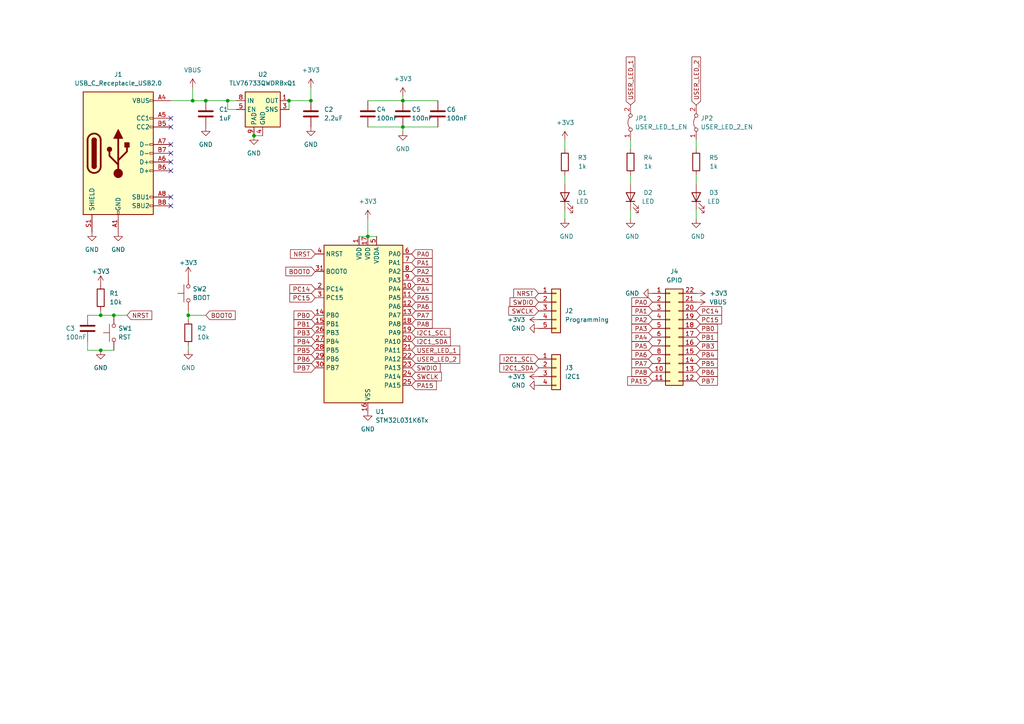
<source format=kicad_sch>
(kicad_sch (version 20230121) (generator eeschema)
  (paper "A4")
  (lib_symbols
    (symbol "Connector:USB_C_Receptacle_USB2.0" (pin_names (offset 1.016))
      (property "Reference" "J1" (at 0 22.86 0))
      (property "Value" "USB_C_Receptacle_USB2.0" (at 0 20.32 0))
      (symbol "USB_C_Receptacle_USB2.0_0_0"
        (rectangle (start -0.254 -17.78) (end 0.254 -16.764))
        (rectangle (start 10.16 -14.986) (end 9.144 -15.494))
        (rectangle (start 10.16 -12.446) (end 9.144 -12.954))
        (rectangle (start 10.16 -4.826) (end 9.144 -5.334))
        (rectangle (start 10.16 -2.286) (end 9.144 -2.794))
        (rectangle (start 10.16 0.254) (end 9.144 -0.254))
        (rectangle (start 10.16 2.794) (end 9.144 2.286))
        (rectangle (start 10.16 7.874) (end 9.144 7.366))
        (rectangle (start 10.16 10.414) (end 9.144 9.906))
        (rectangle (start 10.16 15.494) (end 9.144 14.986))
      )
      (symbol "USB_C_Receptacle_USB2.0_0_1"
        (rectangle (start -10.16 17.78) (end 10.16 -17.78) (stroke (width 0.254)) (fill (type background)))
        (arc (start -8.89 -3.81) (mid -6.985 -5.7067) (end -5.08 -3.81) (stroke (width 0.508)))
        (arc (start -7.62 -3.81) (mid -6.985 -4.4423) (end -6.35 -3.81) (stroke (width 0.254)))
        (arc (start -7.62 -3.81) (mid -6.985 -4.4423) (end -6.35 -3.81) (stroke (width 0.254)) (fill (type outline)))
        (rectangle (start -7.62 -3.81) (end -6.35 3.81) (stroke (width 0.254)) (fill (type outline)))
        (arc (start -6.35 3.81) (mid -6.985 4.4423) (end -7.62 3.81) (stroke (width 0.254)))
        (arc (start -6.35 3.81) (mid -6.985 4.4423) (end -7.62 3.81) (stroke (width 0.254)) (fill (type outline)))
        (arc (start -5.08 3.81) (mid -6.985 5.7067) (end -8.89 3.81) (stroke (width 0.508)))
        (circle (center -2.54 1.143) (radius 0.635) (stroke (width 0.254)) (fill (type outline)))
        (circle (center 0 -5.842) (radius 1.27) (fill (type outline)))
        (polyline (pts (xy -8.89 -3.81) (xy -8.89 3.81)) (stroke (width 0.508)))
        (polyline (pts (xy -5.08 3.81) (xy -5.08 -3.81)) (stroke (width 0.508)))
        (polyline (pts (xy 0 -5.842) (xy 0 4.318)) (stroke (width 0.508)))
        (polyline (pts (xy 0 -3.302) (xy -2.54 -0.762) (xy -2.54 0.508)) (stroke (width 0.508)))
        (polyline (pts (xy 0 -2.032) (xy 2.54 0.508) (xy 2.54 1.778)) (stroke (width 0.508)))
        (polyline (pts (xy -1.27 4.318) (xy 0 6.858) (xy 1.27 4.318) (xy -1.27 4.318)) (stroke (width 0.254)) (fill (type outline)))
        (rectangle (start 1.905 1.778) (end 3.175 3.048) (stroke (width 0.254)) (fill (type outline)))
      )
      (symbol "USB_C_Receptacle_USB2.0_1_1"
        (pin power_out line (at 0 -22.86 90) (length 5.08) (name "GND") (number "A1"))
        (pin passive line (at 0 -22.86 90) (length 5.08) hide (name "GND") (number "A12"))
        (pin power_out line (at 15.24 15.24 180) (length 5.08) (name "VBUS") (number "A4"))
        (pin bidirectional line (at 15.24 10.16 180) (length 5.08) (name "CC1") (number "A5"))
        (pin bidirectional line (at 15.24 -2.54 180) (length 5.08) (name "D+") (number "A6"))
        (pin bidirectional line (at 15.24 2.54 180) (length 5.08) (name "D-") (number "A7"))
        (pin bidirectional line (at 15.24 -12.7 180) (length 5.08) (name "SBU1") (number "A8"))
        (pin passive line (at 15.24 15.24 180) (length 5.08) hide (name "VBUS") (number "A9"))
        (pin passive line (at 0 -22.86 90) (length 5.08) hide (name "GND") (number "B1"))
        (pin passive line (at 0 -22.86 90) (length 5.08) hide (name "GND") (number "B12"))
        (pin passive line (at 15.24 15.24 180) (length 5.08) hide (name "VBUS") (number "B4"))
        (pin bidirectional line (at 15.24 7.62 180) (length 5.08) (name "CC2") (number "B5"))
        (pin bidirectional line (at 15.24 -5.08 180) (length 5.08) (name "D+") (number "B6"))
        (pin bidirectional line (at 15.24 0 180) (length 5.08) (name "D-") (number "B7"))
        (pin bidirectional line (at 15.24 -15.24 180) (length 5.08) (name "SBU2") (number "B8"))
        (pin passive line (at 15.24 15.24 180) (length 5.08) hide (name "VBUS") (number "B9"))
        (pin passive line (at -7.62 -22.86 90) (length 5.08) (name "SHIELD") (number "S1"))
      )
    )
    (symbol "Connector_Generic:Conn_01x04" (pin_names (offset 1.016) hide)
      (property "Reference" "J" (at 0 5.08 0))
      (property "Value" "Conn_01x04" (at 0 -7.62 0))
      (symbol "Conn_01x04_1_1"
        (rectangle (start -1.27 -4.953) (end 0 -5.207) (stroke (width 0.1524)))
        (rectangle (start -1.27 -2.413) (end 0 -2.667) (stroke (width 0.1524)))
        (rectangle (start -1.27 0.127) (end 0 -0.127) (stroke (width 0.1524)))
        (rectangle (start -1.27 2.667) (end 0 2.413) (stroke (width 0.1524)))
        (rectangle (start -1.27 3.81) (end 1.27 -6.35) (stroke (width 0.254)) (fill (type background)))
        (pin passive line (at -5.08 2.54 0) (length 3.81) (name "Pin_1") (number "1"))
        (pin passive line (at -5.08 0 0) (length 3.81) (name "Pin_2") (number "2"))
        (pin passive line (at -5.08 -2.54 0) (length 3.81) (name "Pin_3") (number "3"))
        (pin passive line (at -5.08 -5.08 0) (length 3.81) (name "Pin_4") (number "4"))
      )
    )
    (symbol "Connector_Generic:Conn_01x05" (pin_names (offset 1.016) hide)
      (property "Reference" "J" (at 0 7.62 0))
      (property "Value" "Conn_01x05" (at 0 -7.62 0))
      (symbol "Conn_01x05_1_1"
        (rectangle (start -1.27 -4.953) (end 0 -5.207) (stroke (width 0.1524)))
        (rectangle (start -1.27 -2.413) (end 0 -2.667) (stroke (width 0.1524)))
        (rectangle (start -1.27 0.127) (end 0 -0.127) (stroke (width 0.1524)))
        (rectangle (start -1.27 2.667) (end 0 2.413) (stroke (width 0.1524)))
        (rectangle (start -1.27 5.207) (end 0 4.953) (stroke (width 0.1524)))
        (rectangle (start -1.27 6.35) (end 1.27 -6.35) (stroke (width 0.254)) (fill (type background)))
        (pin passive line (at -5.08 5.08 0) (length 3.81) (name "Pin_1") (number "1"))
        (pin passive line (at -5.08 2.54 0) (length 3.81) (name "Pin_2") (number "2"))
        (pin passive line (at -5.08 0 0) (length 3.81) (name "Pin_3") (number "3"))
        (pin passive line (at -5.08 -2.54 0) (length 3.81) (name "Pin_4") (number "4"))
        (pin passive line (at -5.08 -5.08 0) (length 3.81) (name "Pin_5") (number "5"))
      )
    )
    (symbol "Connector_Generic:Conn_02x11_Counter_Clockwise" (pin_names (offset 1.016) hide)
      (property "Reference" "J" (at 1.27 15.24 0))
      (property "Value" "Conn_02x11_Counter_Clockwise" (at 1.27 -15.24 0))
      (symbol "Conn_02x11_Counter_Clockwise_1_1"
        (rectangle (start -1.27 -12.573) (end 0 -12.827) (stroke (width 0.1524)))
        (rectangle (start -1.27 -10.033) (end 0 -10.287) (stroke (width 0.1524)))
        (rectangle (start -1.27 -7.493) (end 0 -7.747) (stroke (width 0.1524)))
        (rectangle (start -1.27 -4.953) (end 0 -5.207) (stroke (width 0.1524)))
        (rectangle (start -1.27 -2.413) (end 0 -2.667) (stroke (width 0.1524)))
        (rectangle (start -1.27 0.127) (end 0 -0.127) (stroke (width 0.1524)))
        (rectangle (start -1.27 2.667) (end 0 2.413) (stroke (width 0.1524)))
        (rectangle (start -1.27 5.207) (end 0 4.953) (stroke (width 0.1524)))
        (rectangle (start -1.27 7.747) (end 0 7.493) (stroke (width 0.1524)))
        (rectangle (start -1.27 10.287) (end 0 10.033) (stroke (width 0.1524)))
        (rectangle (start -1.27 12.827) (end 0 12.573) (stroke (width 0.1524)))
        (rectangle (start -1.27 13.97) (end 3.81 -13.97) (stroke (width 0.254)) (fill (type background)))
        (rectangle (start 3.81 -12.573) (end 2.54 -12.827) (stroke (width 0.1524)))
        (rectangle (start 3.81 -10.033) (end 2.54 -10.287) (stroke (width 0.1524)))
        (rectangle (start 3.81 -7.493) (end 2.54 -7.747) (stroke (width 0.1524)))
        (rectangle (start 3.81 -4.953) (end 2.54 -5.207) (stroke (width 0.1524)))
        (rectangle (start 3.81 -2.413) (end 2.54 -2.667) (stroke (width 0.1524)))
        (rectangle (start 3.81 0.127) (end 2.54 -0.127) (stroke (width 0.1524)))
        (rectangle (start 3.81 2.667) (end 2.54 2.413) (stroke (width 0.1524)))
        (rectangle (start 3.81 5.207) (end 2.54 4.953) (stroke (width 0.1524)))
        (rectangle (start 3.81 7.747) (end 2.54 7.493) (stroke (width 0.1524)))
        (rectangle (start 3.81 10.287) (end 2.54 10.033) (stroke (width 0.1524)))
        (rectangle (start 3.81 12.827) (end 2.54 12.573) (stroke (width 0.1524)))
        (pin passive line (at -5.08 12.7 0) (length 3.81) (name "Pin_1") (number "1"))
        (pin passive line (at -5.08 -10.16 0) (length 3.81) (name "Pin_10") (number "10"))
        (pin passive line (at -5.08 -12.7 0) (length 3.81) (name "Pin_11") (number "11"))
        (pin passive line (at 7.62 -12.7 180) (length 3.81) (name "Pin_12") (number "12"))
        (pin passive line (at 7.62 -10.16 180) (length 3.81) (name "Pin_13") (number "13"))
        (pin passive line (at 7.62 -7.62 180) (length 3.81) (name "Pin_14") (number "14"))
        (pin passive line (at 7.62 -5.08 180) (length 3.81) (name "Pin_15") (number "15"))
        (pin passive line (at 7.62 -2.54 180) (length 3.81) (name "Pin_16") (number "16"))
        (pin passive line (at 7.62 0 180) (length 3.81) (name "Pin_17") (number "17"))
        (pin passive line (at 7.62 2.54 180) (length 3.81) (name "Pin_18") (number "18"))
        (pin passive line (at 7.62 5.08 180) (length 3.81) (name "Pin_19") (number "19"))
        (pin passive line (at -5.08 10.16 0) (length 3.81) (name "Pin_2") (number "2"))
        (pin passive line (at 7.62 7.62 180) (length 3.81) (name "Pin_20") (number "20"))
        (pin passive line (at 7.62 10.16 180) (length 3.81) (name "Pin_21") (number "21"))
        (pin passive line (at 7.62 12.7 180) (length 3.81) (name "Pin_22") (number "22"))
        (pin passive line (at -5.08 7.62 0) (length 3.81) (name "Pin_3") (number "3"))
        (pin passive line (at -5.08 5.08 0) (length 3.81) (name "Pin_4") (number "4"))
        (pin passive line (at -5.08 2.54 0) (length 3.81) (name "Pin_5") (number "5"))
        (pin passive line (at -5.08 0 0) (length 3.81) (name "Pin_6") (number "6"))
        (pin passive line (at -5.08 -2.54 0) (length 3.81) (name "Pin_7") (number "7"))
        (pin passive line (at -5.08 -5.08 0) (length 3.81) (name "Pin_8") (number "8"))
        (pin passive line (at -5.08 -7.62 0) (length 3.81) (name "Pin_9") (number "9"))
      )
    )
    (symbol "Device:C" (pin_numbers hide) (pin_names (offset 0.254))
      (property "Reference" "C" (at 0.635 2.54 0))
      (property "Value" "C" (at 0.635 -2.54 0))
      (symbol "C_0_1"
        (polyline (pts (xy -2.032 -0.762) (xy 2.032 -0.762)) (stroke (width 0.508)))
        (polyline (pts (xy -2.032 0.762) (xy 2.032 0.762)) (stroke (width 0.508)))
      )
      (symbol "C_1_1"
        (pin passive line (at 0 3.81 270) (length 2.794) (name "~") (number "1"))
        (pin passive line (at 0 -3.81 90) (length 2.794) (name "~") (number "2"))
      )
    )
    (symbol "Device:LED" (pin_numbers hide) (pin_names (offset 1.016) hide)
      (property "Reference" "D" (at 0 2.54 0))
      (property "Value" "LED" (at 0 -2.54 0))
      (symbol "LED_0_1"
        (polyline (pts (xy -1.27 -1.27) (xy -1.27 1.27)) (stroke (width 0.254)))
        (polyline (pts (xy -1.27 0) (xy 1.27 0)))
        (polyline (pts (xy 1.27 -1.27) (xy 1.27 1.27) (xy -1.27 0) (xy 1.27 -1.27)) (stroke (width 0.254)))
        (polyline (pts (xy -3.048 -0.762) (xy -4.572 -2.286) (xy -3.81 -2.286) (xy -4.572 -2.286) (xy -4.572 -1.524)))
        (polyline (pts (xy -1.778 -0.762) (xy -3.302 -2.286) (xy -2.54 -2.286) (xy -3.302 -2.286) (xy -3.302 -1.524)))
      )
      (symbol "LED_1_1"
        (pin passive line (at -3.81 0 0) (length 2.54) (name "K") (number "1"))
        (pin passive line (at 3.81 0 180) (length 2.54) (name "A") (number "2"))
      )
    )
    (symbol "Device:R" (pin_numbers hide) (pin_names (offset 0))
      (property "Reference" "R" (at 2.032 0 90))
      (property "Value" "R" (at 0 0 90))
      (symbol "R_0_1"
        (rectangle (start -1.016 -2.54) (end 1.016 2.54) (stroke (width 0.254)))
      )
      (symbol "R_1_1"
        (pin passive line (at 0 3.81 270) (length 1.27) (name "~") (number "1"))
        (pin passive line (at 0 -3.81 90) (length 1.27) (name "~") (number "2"))
      )
    )
    (symbol "Jumper:Jumper_2_Bridged" (pin_names (offset 0) hide)
      (property "Reference" "JP" (at 0 1.905 0))
      (property "Value" "Jumper_2_Bridged" (at 0 -2.54 0))
      (symbol "Jumper_2_Bridged_0_0"
        (circle (center -2.032 0) (radius 0.508))
        (circle (center 2.032 0) (radius 0.508))
      )
      (symbol "Jumper_2_Bridged_0_1"
        (arc (start 1.524 0.254) (mid 0 0.762) (end -1.524 0.254))
      )
      (symbol "Jumper_2_Bridged_1_1"
        (pin passive line (at -5.08 0 0) (length 2.54) (name "A") (number "1"))
        (pin passive line (at 5.08 0 180) (length 2.54) (name "B") (number "2"))
      )
    )
    (symbol "MCU_ST_STM32L0:STM32L031K6Tx"
      (property "Reference" "U" (at -10.16 24.13 0))
      (property "Value" "STM32L031K6Tx" (at 7.62 24.13 0))
      (symbol "STM32L031K6Tx_0_1"
        (rectangle (start -10.16 -22.86) (end 12.7 22.86) (stroke (width 0.254)) (fill (type background)))
      )
      (symbol "STM32L031K6Tx_1_1"
        (pin power_in line (at 0 25.4 270) (length 2.54) (name "VDD") (number "1"))
        (pin bidirectional line (at 15.24 10.16 180) (length 2.54) (name "PA4") (number "10"))
        (pin bidirectional line (at 15.24 7.62 180) (length 2.54) (name "PA5") (number "11"))
        (pin bidirectional line (at 15.24 5.08 180) (length 2.54) (name "PA6") (number "12"))
        (pin bidirectional line (at 15.24 2.54 180) (length 2.54) (name "PA7") (number "13"))
        (pin bidirectional line (at -12.7 2.54 0) (length 2.54) (name "PB0") (number "14"))
        (pin bidirectional line (at -12.7 0 0) (length 2.54) (name "PB1") (number "15"))
        (pin power_in line (at 2.54 -25.4 90) (length 2.54) (name "VSS") (number "16"))
        (pin power_in line (at 2.54 25.4 270) (length 2.54) (name "VDD") (number "17"))
        (pin bidirectional line (at 15.24 0 180) (length 2.54) (name "PA8") (number "18"))
        (pin bidirectional line (at 15.24 -2.54 180) (length 2.54) (name "PA9") (number "19"))
        (pin bidirectional line (at -12.7 10.16 0) (length 2.54) (name "PC14") (number "2"))
        (pin bidirectional line (at 15.24 -5.08 180) (length 2.54) (name "PA10") (number "20"))
        (pin bidirectional line (at 15.24 -7.62 180) (length 2.54) (name "PA11") (number "21"))
        (pin bidirectional line (at 15.24 -10.16 180) (length 2.54) (name "PA12") (number "22"))
        (pin bidirectional line (at 15.24 -12.7 180) (length 2.54) (name "PA13") (number "23"))
        (pin bidirectional line (at 15.24 -15.24 180) (length 2.54) (name "PA14") (number "24"))
        (pin bidirectional line (at 15.24 -17.78 180) (length 2.54) (name "PA15") (number "25"))
        (pin bidirectional line (at -12.7 -2.54 0) (length 2.54) (name "PB3") (number "26"))
        (pin bidirectional line (at -12.7 -5.08 0) (length 2.54) (name "PB4") (number "27"))
        (pin bidirectional line (at -12.7 -7.62 0) (length 2.54) (name "PB5") (number "28"))
        (pin bidirectional line (at -12.7 -10.16 0) (length 2.54) (name "PB6") (number "29"))
        (pin bidirectional line (at -12.7 7.62 0) (length 2.54) (name "PC15") (number "3"))
        (pin bidirectional line (at -12.7 -12.7 0) (length 2.54) (name "PB7") (number "30"))
        (pin input line (at -12.7 15.24 0) (length 2.54) (name "BOOT0") (number "31"))
        (pin passive line (at 2.54 -25.4 90) (length 2.54) hide (name "VSS") (number "32"))
        (pin input line (at -12.7 20.32 0) (length 2.54) (name "NRST") (number "4"))
        (pin power_in line (at 5.08 25.4 270) (length 2.54) (name "VDDA") (number "5"))
        (pin bidirectional line (at 15.24 20.32 180) (length 2.54) (name "PA0") (number "6"))
        (pin bidirectional line (at 15.24 17.78 180) (length 2.54) (name "PA1") (number "7"))
        (pin bidirectional line (at 15.24 15.24 180) (length 2.54) (name "PA2") (number "8"))
        (pin bidirectional line (at 15.24 12.7 180) (length 2.54) (name "PA3") (number "9"))
      )
    )
    (symbol "Regulator_Linear:TLV76733QWDRBxQ1"
      (property "Reference" "U" (at 0 8.89 0))
      (property "Value" "TLV76733QWDRBxQ1" (at 0 6.35 0))
      (symbol "TLV76733QWDRBxQ1_0_1"
        (rectangle (start -5.08 5.08) (end 5.08 -5.08) (stroke (width 0.254)) (fill (type background)))
      )
      (symbol "TLV76733QWDRBxQ1_1_1"
        (pin power_out line (at 7.62 2.54 180) (length 2.54) (name "OUT") (number "1"))
        (pin no_connect line (at 5.08 -2.54 180) (length 2.54) hide (name "NC") (number "2"))
        (pin input line (at 7.62 0 180) (length 2.54) (name "SNS") (number "3"))
        (pin power_in line (at 0 -7.62 90) (length 2.54) (name "GND") (number "4"))
        (pin input line (at -7.62 0 0) (length 2.54) (name "EN") (number "5"))
        (pin passive line (at 0 -7.62 90) (length 2.54) hide (name "GND") (number "6"))
        (pin no_connect line (at -5.08 -2.54 0) (length 2.54) hide (name "NC") (number "7"))
        (pin power_in line (at -7.62 2.54 0) (length 2.54) (name "IN") (number "8"))
        (pin passive line (at -2.54 -7.62 90) (length 2.54) (name "PAD") (number "9"))
      )
    )
    (symbol "Switch:SW_Push" (pin_numbers hide) (pin_names (offset 1.016) hide)
      (property "Reference" "SW" (at 1.27 2.54 0))
      (property "Value" "SW_Push" (at 0 -1.524 0))
      (symbol "SW_Push_0_1"
        (circle (center -2.032 0) (radius 0.508))
        (polyline (pts (xy 0 1.27) (xy 0 3.048)))
        (polyline (pts (xy 2.54 1.27) (xy -2.54 1.27)))
        (circle (center 2.032 0) (radius 0.508))
        (pin passive line (at -5.08 0 0) (length 2.54) (name "1") (number "1"))
        (pin passive line (at 5.08 0 180) (length 2.54) (name "2") (number "2"))
      )
    )
    (symbol "power:+3V3" (power) (pin_names (offset 0))
      (property "Value" "+3V3" (at 0 3.556 0))
      (symbol "+3V3_0_1"
        (polyline (pts (xy -0.762 1.27) (xy 0 2.54)))
        (polyline (pts (xy 0 0) (xy 0 2.54)))
        (polyline (pts (xy 0 2.54) (xy 0.762 1.27)))
      )
      (symbol "+3V3_1_1"
        (pin power_in line (at 0 0 90) (length 0) hide (name "+3V3") (number "1"))
      )
    )
    (symbol "power:GND" (power) (pin_names (offset 0))
      (property "Value" "GND" (at 0 -3.81 0))
      (symbol "GND_0_1"
        (polyline (pts (xy 0 0) (xy 0 -1.27) (xy 1.27 -1.27) (xy 0 -2.54) (xy -1.27 -1.27) (xy 0 -1.27)))
      )
      (symbol "GND_1_1"
        (pin power_in line (at 0 0 270) (length 0) hide (name "GND") (number "1"))
      )
    )
    (symbol "power:VBUS" (power) (pin_names (offset 0))
      (property "Value" "VBUS" (at 0 3.81 0))
      (symbol "VBUS_0_1"
        (polyline (pts (xy -0.762 1.27) (xy 0 2.54)))
        (polyline (pts (xy 0 0) (xy 0 2.54)))
        (polyline (pts (xy 0 2.54) (xy 0.762 1.27)))
      )
      (symbol "VBUS_1_1"
        (pin power_in line (at 0 0 90) (length 0) hide (name "VBUS") (number "1"))
      )
    )
  )
  (junction (at 90.17 29.21))
  (junction (at 116.84 29.21))
  (junction (at 116.84 36.83))
  (junction (at 83.82 29.21))
  (junction (at 73.66 39.37))
  (junction (at 59.69 29.21))
  (junction (at 55.88 29.21))
  (junction (at 66.04 29.21))
  (junction (at 29.21 101.6))
  (junction (at 54.61 91.44))
  (junction (at 33.02 91.44))
  (junction (at 29.21 91.44))
  (junction (at 106.68 68.58))
  (no_connect (at 49.53 59.69))
  (no_connect (at 49.53 44.45))
  (no_connect (at 49.53 46.99))
  (no_connect (at 49.53 41.91))
  (no_connect (at 49.53 57.15))
  (no_connect (at 49.53 49.53))
  (no_connect (at 49.53 36.83))
  (no_connect (at 49.53 34.29))
  (wire (pts (xy 116.84 36.83) (xy 127 36.83)))
  (wire (pts (xy 54.61 100.33) (xy 54.61 101.6)))
  (wire (pts (xy 54.61 91.44) (xy 59.69 91.44)))
  (wire (pts (xy 66.04 29.21) (xy 68.58 29.21)))
  (wire (pts (xy 106.68 63.5) (xy 106.68 68.58)))
  (wire (pts (xy 29.21 90.17) (xy 29.21 91.44)))
  (wire (pts (xy 106.68 29.21) (xy 116.84 29.21)))
  (wire (pts (xy 182.88 50.8) (xy 182.88 53.34)))
  (wire (pts (xy 83.82 29.21) (xy 83.82 31.75)))
  (wire (pts (xy 163.83 40.64) (xy 163.83 43.18)))
  (wire (pts (xy 106.68 36.83) (xy 116.84 36.83)))
  (wire (pts (xy 90.17 25.4) (xy 90.17 29.21)))
  (wire (pts (xy 163.83 50.8) (xy 163.83 53.34)))
  (wire (pts (xy 68.58 31.75) (xy 66.04 31.75)))
  (wire (pts (xy 55.88 29.21) (xy 59.69 29.21)))
  (wire (pts (xy 25.4 101.6) (xy 25.4 99.06)))
  (wire (pts (xy 182.88 60.96) (xy 182.88 63.5)))
  (wire (pts (xy 83.82 29.21) (xy 90.17 29.21)))
  (wire (pts (xy 116.84 27.94) (xy 116.84 29.21)))
  (wire (pts (xy 106.68 68.58) (xy 104.14 68.58)))
  (wire (pts (xy 201.93 60.96) (xy 201.93 63.5)))
  (wire (pts (xy 49.53 29.21) (xy 55.88 29.21)))
  (wire (pts (xy 29.21 91.44) (xy 33.02 91.44)))
  (wire (pts (xy 106.68 68.58) (xy 109.22 68.58)))
  (wire (pts (xy 116.84 29.21) (xy 127 29.21)))
  (wire (pts (xy 201.93 40.64) (xy 201.93 43.18)))
  (wire (pts (xy 201.93 50.8) (xy 201.93 53.34)))
  (wire (pts (xy 29.21 101.6) (xy 33.02 101.6)))
  (wire (pts (xy 59.69 29.21) (xy 66.04 29.21)))
  (wire (pts (xy 182.88 40.64) (xy 182.88 43.18)))
  (wire (pts (xy 54.61 90.17) (xy 54.61 91.44)))
  (wire (pts (xy 25.4 91.44) (xy 29.21 91.44)))
  (wire (pts (xy 163.83 60.96) (xy 163.83 63.5)))
  (wire (pts (xy 54.61 91.44) (xy 54.61 92.71)))
  (wire (pts (xy 33.02 91.44) (xy 36.83 91.44)))
  (wire (pts (xy 29.21 101.6) (xy 25.4 101.6)))
  (wire (pts (xy 66.04 31.75) (xy 66.04 29.21)))
  (wire (pts (xy 73.66 39.37) (xy 76.2 39.37)))
  (wire (pts (xy 55.88 25.4) (xy 55.88 29.21)))
  (wire (pts (xy 116.84 36.83) (xy 116.84 38.1)))
  (global_label "PB7" (shape input) (at 201.93 110.49 0) (property "Intersheetrefs" "${INTERSHEET_REFS}" (effects hide)))
  (global_label "PA4" (shape input) (at 189.23 97.79 180) (property "Intersheetrefs" "${INTERSHEET_REFS}" (effects hide)))
  (global_label "PA1" (shape input) (at 119.38 76.2 0) (property "Intersheetrefs" "${INTERSHEET_REFS}" (effects hide)))
  (global_label "PA6" (shape input) (at 119.38 88.9 0) (property "Intersheetrefs" "${INTERSHEET_REFS}" (effects hide)))
  (global_label "PA4" (shape input) (at 119.38 83.82 0) (property "Intersheetrefs" "${INTERSHEET_REFS}" (effects hide)))
  (global_label "PB4" (shape input) (at 201.93 102.87 0) (property "Intersheetrefs" "${INTERSHEET_REFS}" (effects hide)))
  (global_label "BOOT0" (shape input) (at 59.69 91.44 0) (property "Intersheetrefs" "${INTERSHEET_REFS}" (effects hide)))
  (global_label "PA15" (shape input) (at 119.38 111.76 0) (property "Intersheetrefs" "${INTERSHEET_REFS}" (effects hide)))
  (global_label "PC15" (shape input) (at 201.93 92.71 0) (property "Intersheetrefs" "${INTERSHEET_REFS}" (effects hide)))
  (global_label "SWDIO" (shape input) (at 156.21 87.63 180) (property "Intersheetrefs" "${INTERSHEET_REFS}" (effects hide)))
  (global_label "NRST" (shape input) (at 36.83 91.44 0) (property "Intersheetrefs" "${INTERSHEET_REFS}" (effects hide)))
  (global_label "I2C1_SCL" (shape input) (at 119.38 96.52 0) (property "Intersheetrefs" "${INTERSHEET_REFS}" (effects hide)))
  (global_label "PB0" (shape input) (at 91.44 91.44 180) (property "Intersheetrefs" "${INTERSHEET_REFS}" (effects hide)))
  (global_label "SWCLK" (shape input) (at 156.21 90.17 180) (property "Intersheetrefs" "${INTERSHEET_REFS}" (effects hide)))
  (global_label "PB3" (shape input) (at 91.44 96.52 180) (property "Intersheetrefs" "${INTERSHEET_REFS}" (effects hide)))
  (global_label "PA6" (shape input) (at 189.23 102.87 180) (property "Intersheetrefs" "${INTERSHEET_REFS}" (effects hide)))
  (global_label "PA1" (shape input) (at 189.23 90.17 180) (property "Intersheetrefs" "${INTERSHEET_REFS}" (effects hide)))
  (global_label "PB5" (shape input) (at 201.93 105.41 0) (property "Intersheetrefs" "${INTERSHEET_REFS}" (effects hide)))
  (global_label "USER_LED_2" (shape input) (at 201.93 30.48 90) (property "Intersheetrefs" "${INTERSHEET_REFS}" (effects hide)))
  (global_label "NRST" (shape input) (at 91.44 73.66 180) (property "Intersheetrefs" "${INTERSHEET_REFS}" (effects hide)))
  (global_label "PA0" (shape input) (at 189.23 87.63 180) (property "Intersheetrefs" "${INTERSHEET_REFS}" (effects hide)))
  (global_label "PB6" (shape input) (at 201.93 107.95 0) (property "Intersheetrefs" "${INTERSHEET_REFS}" (effects hide)))
  (global_label "PB5" (shape input) (at 91.44 101.6 180) (property "Intersheetrefs" "${INTERSHEET_REFS}" (effects hide)))
  (global_label "PB6" (shape input) (at 91.44 104.14 180) (property "Intersheetrefs" "${INTERSHEET_REFS}" (effects hide)))
  (global_label "USER_LED_1" (shape input) (at 119.38 101.6 0) (property "Intersheetrefs" "${INTERSHEET_REFS}" (effects hide)))
  (global_label "NRST" (shape input) (at 156.21 85.09 180) (property "Intersheetrefs" "${INTERSHEET_REFS}" (effects hide)))
  (global_label "I2C1_SDA" (shape input) (at 119.38 99.06 0) (property "Intersheetrefs" "${INTERSHEET_REFS}" (effects hide)))
  (global_label "PC14" (shape input) (at 91.44 83.82 180) (property "Intersheetrefs" "${INTERSHEET_REFS}" (effects hide)))
  (global_label "SWCLK" (shape input) (at 119.38 109.22 0) (property "Intersheetrefs" "${INTERSHEET_REFS}" (effects hide)))
  (global_label "PA7" (shape input) (at 189.23 105.41 180) (property "Intersheetrefs" "${INTERSHEET_REFS}" (effects hide)))
  (global_label "PA2" (shape input) (at 119.38 78.74 0) (property "Intersheetrefs" "${INTERSHEET_REFS}" (effects hide)))
  (global_label "BOOT0" (shape input) (at 91.44 78.74 180) (property "Intersheetrefs" "${INTERSHEET_REFS}" (effects hide)))
  (global_label "PB1" (shape input) (at 201.93 97.79 0) (property "Intersheetrefs" "${INTERSHEET_REFS}" (effects hide)))
  (global_label "PB0" (shape input) (at 201.93 95.25 0) (property "Intersheetrefs" "${INTERSHEET_REFS}" (effects hide)))
  (global_label "PA3" (shape input) (at 119.38 81.28 0) (property "Intersheetrefs" "${INTERSHEET_REFS}" (effects hide)))
  (global_label "PC14" (shape input) (at 201.93 90.17 0) (property "Intersheetrefs" "${INTERSHEET_REFS}" (effects hide)))
  (global_label "PB7" (shape input) (at 91.44 106.68 180) (property "Intersheetrefs" "${INTERSHEET_REFS}" (effects hide)))
  (global_label "PA7" (shape input) (at 119.38 91.44 0) (property "Intersheetrefs" "${INTERSHEET_REFS}" (effects hide)))
  (global_label "PA3" (shape input) (at 189.23 95.25 180) (property "Intersheetrefs" "${INTERSHEET_REFS}" (effects hide)))
  (global_label "USER_LED_2" (shape input) (at 119.38 104.14 0) (property "Intersheetrefs" "${INTERSHEET_REFS}" (effects hide)))
  (global_label "PC15" (shape input) (at 91.44 86.36 180) (property "Intersheetrefs" "${INTERSHEET_REFS}" (effects hide)))
  (global_label "USER_LED_1" (shape input) (at 182.88 30.48 90) (property "Intersheetrefs" "${INTERSHEET_REFS}" (effects hide)))
  (global_label "PB1" (shape input) (at 91.44 93.98 180) (property "Intersheetrefs" "${INTERSHEET_REFS}" (effects hide)))
  (global_label "PA5" (shape input) (at 119.38 86.36 0) (property "Intersheetrefs" "${INTERSHEET_REFS}" (effects hide)))
  (global_label "PA0" (shape input) (at 119.38 73.66 0) (property "Intersheetrefs" "${INTERSHEET_REFS}" (effects hide)))
  (global_label "PB4" (shape input) (at 91.44 99.06 180) (property "Intersheetrefs" "${INTERSHEET_REFS}" (effects hide)))
  (global_label "PA8" (shape input) (at 189.23 107.95 180) (property "Intersheetrefs" "${INTERSHEET_REFS}" (effects hide)))
  (global_label "I2C1_SCL" (shape input) (at 156.21 104.14 180) (property "Intersheetrefs" "${INTERSHEET_REFS}" (effects hide)))
  (global_label "PA2" (shape input) (at 189.23 92.71 180) (property "Intersheetrefs" "${INTERSHEET_REFS}" (effects hide)))
  (global_label "PA15" (shape input) (at 189.23 110.49 180) (property "Intersheetrefs" "${INTERSHEET_REFS}" (effects hide)))
  (global_label "PA5" (shape input) (at 189.23 100.33 180) (property "Intersheetrefs" "${INTERSHEET_REFS}" (effects hide)))
  (global_label "SWDIO" (shape input) (at 119.38 106.68 0) (property "Intersheetrefs" "${INTERSHEET_REFS}" (effects hide)))
  (global_label "PB3" (shape input) (at 201.93 100.33 0) (property "Intersheetrefs" "${INTERSHEET_REFS}" (effects hide)))
  (global_label "PA8" (shape input) (at 119.38 93.98 0) (property "Intersheetrefs" "${INTERSHEET_REFS}" (effects hide)))
  (global_label "I2C1_SDA" (shape input) (at 156.21 106.68 180) (property "Intersheetrefs" "${INTERSHEET_REFS}" (effects hide)))
  (symbol (lib_id "Device:C") (at 90.17 33.02 0) (unit 1)
    (property "Reference" "C2" (at 93.98 31.75 0) (effects (justify left)))
    (property "Value" "2.2uF" (at 93.98 34.29 0) (effects (justify left)))
    (property "Footprint" "Capacitor_SMD:C_0805_2012Metric_Pad1.18x1.45mm_HandSolder" (effects hide))
  )
  (symbol (lib_id "power:GND") (at 59.69 36.83 0) (unit 1)
    (property "Reference" "#PWR03" (effects hide))
    (property "Value" "GND" (at 59.69 41.91 0))
  )
  (symbol (lib_id "Device:C") (at 59.69 33.02 0) (unit 1)
    (property "Reference" "C1" (at 63.5 31.75 0) (effects (justify left)))
    (property "Value" "1uF" (at 63.5 34.29 0) (effects (justify left)))
    (property "Footprint" "Capacitor_SMD:C_0805_2012Metric_Pad1.18x1.45mm_HandSolder" (effects hide))
  )
  (symbol (lib_id "Device:LED") (at 201.93 57.15 90) (unit 1)
    (property "Reference" "D3" (at 207.01 55.88 90))
    (property "Value" "LED" (at 207.01 58.42 90))
    (property "Footprint" "LED_SMD:LED_0805_2012Metric_Pad1.15x1.40mm_HandSolder" (effects hide))
  )
  (symbol (lib_id "power:+3V3") (at 156.21 92.71 90) (unit 1)
    (property "Reference" "#PWR015" (effects hide))
    (property "Value" "+3V3" (at 152.4 92.71 90) (effects (justify left)))
  )
  (symbol (lib_id "power:+3V3") (at 54.61 80.01 0) (unit 1)
    (property "Reference" "#PWR012" (effects hide))
    (property "Value" "+3V3" (at 54.61 76.2 0))
  )
  (symbol (lib_id "power:GND") (at 54.61 101.6 0) (unit 1)
    (property "Reference" "#PWR011" (effects hide))
    (property "Value" "GND" (at 54.61 106.68 0))
  )
  (symbol (lib_id "power:GND") (at 26.67 67.31 0) (unit 1)
    (property "Reference" "#PWR02" (effects hide))
    (property "Value" "GND" (at 26.67 72.39 0))
  )
  (symbol (lib_id "Device:C") (at 25.4 95.25 0) (unit 1)
    (property "Reference" "C3" (at 19.05 95.25 0) (effects (justify left)))
    (property "Value" "100nF" (at 19.05 97.79 0) (effects (justify left)))
    (property "Footprint" "Capacitor_SMD:C_0805_2012Metric_Pad1.18x1.45mm_HandSolder" (effects hide))
  )
  (symbol (lib_id "Device:R") (at 201.93 46.99 0) (unit 1)
    (property "Reference" "R5" (at 207.01 45.72 0))
    (property "Value" "1k" (at 207.01 48.26 0))
    (property "Footprint" "Resistor_SMD:R_0805_2012Metric_Pad1.20x1.40mm_HandSolder" (effects hide))
  )
  (symbol (lib_id "Device:C") (at 116.84 33.02 0) (unit 1)
    (property "Reference" "C5" (at 119.38 31.75 0) (effects (justify left)))
    (property "Value" "100nF" (at 119.38 34.29 0) (effects (justify left)))
    (property "Footprint" "Capacitor_SMD:C_0805_2012Metric_Pad1.18x1.45mm_HandSolder" (effects hide))
  )
  (symbol (lib_id "Connector_Generic:Conn_01x05") (at 161.29 90.17 0) (unit 1)
    (property "Reference" "J2" (at 163.83 90.17 0) (effects (justify left)))
    (property "Value" "Programming" (at 163.83 92.71 0) (effects (justify left)))
    (property "Footprint" "Connector_PinHeader_2.54mm:PinHeader_1x05_P2.54mm_Vertical" (effects hide))
  )
  (symbol (lib_id "Device:R") (at 163.83 46.99 0) (unit 1)
    (property "Reference" "R3" (at 168.91 45.72 0))
    (property "Value" "1k" (at 168.91 48.26 0))
    (property "Footprint" "Resistor_SMD:R_0805_2012Metric_Pad1.20x1.40mm_HandSolder" (effects hide))
  )
  (symbol (lib_id "power:+3V3") (at 163.83 40.64 0) (unit 1)
    (property "Reference" "#PWR017" (effects hide))
    (property "Value" "+3V3" (at 161.29 35.56 0) (effects (justify left)))
  )
  (symbol (lib_id "Regulator_Linear:TLV76733QWDRBxQ1") (at 76.2 31.75 0) (unit 1)
    (property "Reference" "U2" (at 76.2 21.59 0))
    (property "Value" "TLV76733QWDRBxQ1" (at 76.2 24.13 0))
    (property "Footprint" "Package_SON:VSON-8-1EP_3x3mm_P0.65mm_EP1.65x2.4mm" (effects hide))
    (property "Datasheet" "www.ti.com/lit/gpn/TLV767-q1" (effects hide))
  )
  (symbol (lib_id "power:GND") (at 29.21 101.6 0) (unit 1)
    (property "Reference" "#PWR09" (effects hide))
    (property "Value" "GND" (at 29.21 106.68 0))
  )
  (symbol (lib_id "Device:C") (at 106.68 33.02 0) (unit 1)
    (property "Reference" "C4" (at 109.22 31.75 0) (effects (justify left)))
    (property "Value" "100nF" (at 109.22 34.29 0) (effects (justify left)))
    (property "Footprint" "Capacitor_SMD:C_0805_2012Metric_Pad1.18x1.45mm_HandSolder" (effects hide))
  )
  (symbol (lib_id "power:GND") (at 163.83 63.5 0) (unit 1)
    (property "Reference" "#PWR018" (effects hide))
    (property "Value" "GND" (at 166.37 68.58 0) (effects (justify right)))
  )
  (symbol (lib_id "Connector_Generic:Conn_01x04") (at 161.29 106.68 0) (unit 1)
    (property "Reference" "J3" (at 163.83 106.68 0) (effects (justify left)))
    (property "Value" "I2C1" (at 163.83 109.22 0) (effects (justify left)))
    (property "Footprint" "Connector_PinHeader_2.54mm:PinHeader_1x04_P2.54mm_Vertical" (effects hide))
  )
  (symbol (lib_id "power:VBUS") (at 55.88 25.4 0) (unit 1)
    (property "Reference" "#PWR025" (effects hide))
    (property "Value" "VBUS" (at 55.88 20.32 0))
  )
  (symbol (lib_id "power:GND") (at 182.88 63.5 0) (unit 1)
    (property "Reference" "#PWR020" (effects hide))
    (property "Value" "GND" (at 185.42 68.58 0) (effects (justify right)))
  )
  (symbol (lib_id "Connector:USB_C_Receptacle_USB2.0") (at 34.29 44.45 0) (unit 1)
    (property "Reference" "J1" (at 34.29 21.59 0))
    (property "Value" "USB_C_Receptacle_USB2.0" (at 34.29 24.13 0))
    (property "Footprint" "Connector_USB:USB_C_Receptacle_GCT_USB4085" (effects hide))
    (property "Datasheet" "https://www.usb.org/sites/default/files/documents/usb_type-c.zip" (effects hide))
  )
  (symbol (lib_id "power:GND") (at 34.29 67.31 0) (unit 1)
    (property "Reference" "#PWR01" (effects hide))
    (property "Value" "GND" (at 34.29 72.39 0))
  )
  (symbol (lib_id "power:GND") (at 189.23 85.09 270) (unit 1)
    (property "Reference" "#PWR024" (effects hide))
    (property "Value" "GND" (at 185.42 85.09 90) (effects (justify right)))
  )
  (symbol (lib_id "Device:R") (at 182.88 46.99 0) (unit 1)
    (property "Reference" "R4" (at 187.96 45.72 0))
    (property "Value" "1k" (at 187.96 48.26 0))
    (property "Footprint" "Resistor_SMD:R_0805_2012Metric_Pad1.20x1.40mm_HandSolder" (effects hide))
  )
  (symbol (lib_id "power:VBUS") (at 201.93 87.63 270) (unit 1)
    (property "Reference" "#PWR026" (effects hide))
    (property "Value" "VBUS" (at 205.74 87.63 90) (effects (justify left)))
  )
  (symbol (lib_id "power:+3V3") (at 116.84 27.94 0) (unit 1)
    (property "Reference" "#PWR013" (effects hide))
    (property "Value" "+3V3" (at 116.84 22.86 0))
  )
  (symbol (lib_id "Device:LED") (at 182.88 57.15 90) (unit 1)
    (property "Reference" "D2" (at 187.96 55.88 90))
    (property "Value" "LED" (at 187.96 58.42 90))
    (property "Footprint" "LED_SMD:LED_0805_2012Metric_Pad1.15x1.40mm_HandSolder" (effects hide))
  )
  (symbol (lib_id "power:GND") (at 90.17 36.83 0) (unit 1)
    (property "Reference" "#PWR05" (effects hide))
    (property "Value" "GND" (at 90.17 41.91 0))
  )
  (symbol (lib_id "power:+3V3") (at 156.21 109.22 90) (unit 1)
    (property "Reference" "#PWR019" (effects hide))
    (property "Value" "+3V3" (at 152.4 109.22 90) (effects (justify left)))
  )
  (symbol (lib_id "Jumper:Jumper_2_Bridged") (at 201.93 35.56 90) (unit 1)
    (property "Reference" "JP2" (at 203.2 34.29 90) (effects (justify right)))
    (property "Value" "USER_LED_2_EN" (at 203.2 36.83 90) (effects (justify right)))
    (property "Footprint" "Jumper:SolderJumper-2_P1.3mm_Bridged2Bar_RoundedPad1.0x1.5mm" (effects hide))
  )
  (symbol (lib_id "power:GND") (at 106.68 119.38 0) (unit 1)
    (property "Reference" "#PWR08" (effects hide))
    (property "Value" "GND" (at 106.68 124.46 0))
  )
  (symbol (lib_id "power:+3V3") (at 201.93 85.09 270) (unit 1)
    (property "Reference" "#PWR023" (effects hide))
    (property "Value" "+3V3" (at 205.74 85.09 90) (effects (justify left)))
  )
  (symbol (lib_id "Device:C") (at 127 33.02 0) (unit 1)
    (property "Reference" "C6" (at 129.54 31.75 0) (effects (justify left)))
    (property "Value" "100nF" (at 129.54 34.29 0) (effects (justify left)))
    (property "Footprint" "Capacitor_SMD:C_0805_2012Metric_Pad1.18x1.45mm_HandSolder" (effects hide))
  )
  (symbol (lib_id "Connector_Generic:Conn_02x11_Counter_Clockwise") (at 194.31 97.79 0) (unit 1)
    (property "Reference" "J4" (at 195.58 78.74 0))
    (property "Value" "GPIO" (at 195.58 81.28 0))
    (property "Footprint" "Connector_PinHeader_2.54mm:PinHeader_2x11_P2.54mm_Vertical" (effects hide))
  )
  (symbol (lib_id "Device:LED") (at 163.83 57.15 90) (unit 1)
    (property "Reference" "D1" (at 168.91 55.88 90))
    (property "Value" "LED" (at 168.91 58.42 90))
    (property "Footprint" "LED_SMD:LED_0805_2012Metric_Pad1.15x1.40mm_HandSolder" (effects hide))
  )
  (symbol (lib_id "power:GND") (at 116.84 38.1 0) (unit 1)
    (property "Reference" "#PWR014" (effects hide))
    (property "Value" "GND" (at 116.84 43.18 0))
  )
  (symbol (lib_id "power:+3V3") (at 29.21 82.55 0) (unit 1)
    (property "Reference" "#PWR010" (effects hide))
    (property "Value" "+3V3" (at 29.21 78.74 0))
  )
  (symbol (lib_id "Device:R") (at 29.21 86.36 0) (unit 1)
    (property "Reference" "R1" (at 31.75 85.09 0) (effects (justify left)))
    (property "Value" "10k" (at 31.75 87.63 0) (effects (justify left)))
    (property "Footprint" "Resistor_SMD:R_0805_2012Metric_Pad1.20x1.40mm_HandSolder" (effects hide))
  )
  (symbol (lib_id "Switch:SW_Push") (at 54.61 85.09 90) (unit 1)
    (property "Reference" "SW2" (at 55.88 83.82 90) (effects (justify right)))
    (property "Value" "BOOT" (at 55.88 86.36 90) (effects (justify right)))
    (property "Footprint" "Button_Switch_SMD:SW_SPST_PTS810" (effects hide))
  )
  (symbol (lib_id "Device:R") (at 54.61 96.52 0) (unit 1)
    (property "Reference" "R2" (at 57.15 95.25 0) (effects (justify left)))
    (property "Value" "10k" (at 57.15 97.79 0) (effects (justify left)))
    (property "Footprint" "Resistor_SMD:R_0805_2012Metric_Pad1.20x1.40mm_HandSolder" (effects hide))
  )
  (symbol (lib_id "MCU_ST_STM32L0:STM32L031K6Tx") (at 104.14 93.98 0) (unit 1)
    (property "Reference" "U1" (at 108.8741 119.38 0) (effects (justify left)))
    (property "Value" "STM32L031K6Tx" (at 108.8741 121.92 0) (effects (justify left)))
    (property "Footprint" "Package_QFP:LQFP-32_7x7mm_P0.8mm" (effects hide))
    (property "Datasheet" "https://www.st.com/resource/en/datasheet/stm32l031k6.pdf" (effects hide))
  )
  (symbol (lib_id "power:+3V3") (at 106.68 63.5 0) (unit 1)
    (property "Reference" "#PWR07" (effects hide))
    (property "Value" "+3V3" (at 106.68 58.42 0))
  )
  (symbol (lib_id "Switch:SW_Push") (at 33.02 96.52 90) (unit 1)
    (property "Reference" "SW1" (at 34.29 95.25 90) (effects (justify right)))
    (property "Value" "RST" (at 34.29 97.79 90) (effects (justify right)))
    (property "Footprint" "Button_Switch_SMD:SW_SPST_PTS810" (effects hide))
  )
  (symbol (lib_id "power:GND") (at 156.21 95.25 270) (unit 1)
    (property "Reference" "#PWR016" (effects hide))
    (property "Value" "GND" (at 152.4 95.25 90) (effects (justify right)))
  )
  (symbol (lib_id "Jumper:Jumper_2_Bridged") (at 182.88 35.56 90) (unit 1)
    (property "Reference" "JP1" (at 184.15 34.29 90) (effects (justify right)))
    (property "Value" "USER_LED_1_EN" (at 184.15 36.83 90) (effects (justify right)))
    (property "Footprint" "Jumper:SolderJumper-2_P1.3mm_Bridged2Bar_RoundedPad1.0x1.5mm" (effects hide))
  )
  (symbol (lib_id "power:GND") (at 156.21 111.76 270) (unit 1)
    (property "Reference" "#PWR021" (effects hide))
    (property "Value" "GND" (at 152.4 111.76 90) (effects (justify right)))
  )
  (symbol (lib_id "power:+3V3") (at 90.17 25.4 0) (unit 1)
    (property "Reference" "#PWR06" (effects hide))
    (property "Value" "+3V3" (at 90.17 20.32 0))
  )
  (symbol (lib_id "power:GND") (at 73.66 39.37 0) (unit 1)
    (property "Reference" "#PWR04" (effects hide))
    (property "Value" "GND" (at 73.66 44.45 0))
  )
  (symbol (lib_id "power:GND") (at 201.93 63.5 0) (unit 1)
    (property "Reference" "#PWR022" (effects hide))
    (property "Value" "GND" (at 204.47 68.58 0) (effects (justify right)))
  )
)
</source>
